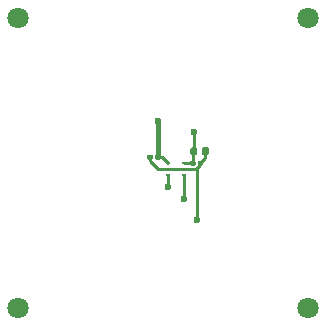
<source format=gbr>
G04 #@! TF.GenerationSoftware,KiCad,Pcbnew,(5.1.4)-1*
G04 #@! TF.CreationDate,2019-11-11T10:23:09+09:00*
G04 #@! TF.ProjectId,sig_sensor,7369675f-7365-46e7-936f-722e6b696361,rev?*
G04 #@! TF.SameCoordinates,Original*
G04 #@! TF.FileFunction,Copper,L2,Bot*
G04 #@! TF.FilePolarity,Positive*
%FSLAX46Y46*%
G04 Gerber Fmt 4.6, Leading zero omitted, Abs format (unit mm)*
G04 Created by KiCad (PCBNEW (5.1.4)-1) date 2019-11-11 10:23:09*
%MOMM*%
%LPD*%
G04 APERTURE LIST*
%ADD10R,0.350000X0.250000*%
%ADD11C,0.100000*%
%ADD12C,0.590000*%
%ADD13C,0.400000*%
%ADD14C,1.800000*%
%ADD15C,0.600000*%
%ADD16C,0.250000*%
%ADD17C,0.400000*%
G04 APERTURE END LIST*
D10*
X155291000Y-84050000D03*
X155291000Y-83050000D03*
X153941000Y-84050000D03*
X153941000Y-83550000D03*
X153941000Y-83050000D03*
D11*
G36*
X157286958Y-81706710D02*
G01*
X157301276Y-81708834D01*
X157315317Y-81712351D01*
X157328946Y-81717228D01*
X157342031Y-81723417D01*
X157354447Y-81730858D01*
X157366073Y-81739481D01*
X157376798Y-81749202D01*
X157386519Y-81759927D01*
X157395142Y-81771553D01*
X157402583Y-81783969D01*
X157408772Y-81797054D01*
X157413649Y-81810683D01*
X157417166Y-81824724D01*
X157419290Y-81839042D01*
X157420000Y-81853500D01*
X157420000Y-82198500D01*
X157419290Y-82212958D01*
X157417166Y-82227276D01*
X157413649Y-82241317D01*
X157408772Y-82254946D01*
X157402583Y-82268031D01*
X157395142Y-82280447D01*
X157386519Y-82292073D01*
X157376798Y-82302798D01*
X157366073Y-82312519D01*
X157354447Y-82321142D01*
X157342031Y-82328583D01*
X157328946Y-82334772D01*
X157315317Y-82339649D01*
X157301276Y-82343166D01*
X157286958Y-82345290D01*
X157272500Y-82346000D01*
X156977500Y-82346000D01*
X156963042Y-82345290D01*
X156948724Y-82343166D01*
X156934683Y-82339649D01*
X156921054Y-82334772D01*
X156907969Y-82328583D01*
X156895553Y-82321142D01*
X156883927Y-82312519D01*
X156873202Y-82302798D01*
X156863481Y-82292073D01*
X156854858Y-82280447D01*
X156847417Y-82268031D01*
X156841228Y-82254946D01*
X156836351Y-82241317D01*
X156832834Y-82227276D01*
X156830710Y-82212958D01*
X156830000Y-82198500D01*
X156830000Y-81853500D01*
X156830710Y-81839042D01*
X156832834Y-81824724D01*
X156836351Y-81810683D01*
X156841228Y-81797054D01*
X156847417Y-81783969D01*
X156854858Y-81771553D01*
X156863481Y-81759927D01*
X156873202Y-81749202D01*
X156883927Y-81739481D01*
X156895553Y-81730858D01*
X156907969Y-81723417D01*
X156921054Y-81717228D01*
X156934683Y-81712351D01*
X156948724Y-81708834D01*
X156963042Y-81706710D01*
X156977500Y-81706000D01*
X157272500Y-81706000D01*
X157286958Y-81706710D01*
X157286958Y-81706710D01*
G37*
D12*
X157125000Y-82026000D03*
D11*
G36*
X156316958Y-81706710D02*
G01*
X156331276Y-81708834D01*
X156345317Y-81712351D01*
X156358946Y-81717228D01*
X156372031Y-81723417D01*
X156384447Y-81730858D01*
X156396073Y-81739481D01*
X156406798Y-81749202D01*
X156416519Y-81759927D01*
X156425142Y-81771553D01*
X156432583Y-81783969D01*
X156438772Y-81797054D01*
X156443649Y-81810683D01*
X156447166Y-81824724D01*
X156449290Y-81839042D01*
X156450000Y-81853500D01*
X156450000Y-82198500D01*
X156449290Y-82212958D01*
X156447166Y-82227276D01*
X156443649Y-82241317D01*
X156438772Y-82254946D01*
X156432583Y-82268031D01*
X156425142Y-82280447D01*
X156416519Y-82292073D01*
X156406798Y-82302798D01*
X156396073Y-82312519D01*
X156384447Y-82321142D01*
X156372031Y-82328583D01*
X156358946Y-82334772D01*
X156345317Y-82339649D01*
X156331276Y-82343166D01*
X156316958Y-82345290D01*
X156302500Y-82346000D01*
X156007500Y-82346000D01*
X155993042Y-82345290D01*
X155978724Y-82343166D01*
X155964683Y-82339649D01*
X155951054Y-82334772D01*
X155937969Y-82328583D01*
X155925553Y-82321142D01*
X155913927Y-82312519D01*
X155903202Y-82302798D01*
X155893481Y-82292073D01*
X155884858Y-82280447D01*
X155877417Y-82268031D01*
X155871228Y-82254946D01*
X155866351Y-82241317D01*
X155862834Y-82227276D01*
X155860710Y-82212958D01*
X155860000Y-82198500D01*
X155860000Y-81853500D01*
X155860710Y-81839042D01*
X155862834Y-81824724D01*
X155866351Y-81810683D01*
X155871228Y-81797054D01*
X155877417Y-81783969D01*
X155884858Y-81771553D01*
X155893481Y-81759927D01*
X155903202Y-81749202D01*
X155913927Y-81739481D01*
X155925553Y-81730858D01*
X155937969Y-81723417D01*
X155951054Y-81717228D01*
X155964683Y-81712351D01*
X155978724Y-81708834D01*
X155993042Y-81706710D01*
X156007500Y-81706000D01*
X156302500Y-81706000D01*
X156316958Y-81706710D01*
X156316958Y-81706710D01*
G37*
D12*
X156155000Y-82026000D03*
D11*
G36*
X156845802Y-82842482D02*
G01*
X156855509Y-82843921D01*
X156865028Y-82846306D01*
X156874268Y-82849612D01*
X156883140Y-82853808D01*
X156891557Y-82858853D01*
X156899439Y-82864699D01*
X156906711Y-82871289D01*
X156913301Y-82878561D01*
X156919147Y-82886443D01*
X156924192Y-82894860D01*
X156928388Y-82903732D01*
X156931694Y-82912972D01*
X156934079Y-82922491D01*
X156935518Y-82932198D01*
X156936000Y-82942000D01*
X156936000Y-83142000D01*
X156935518Y-83151802D01*
X156934079Y-83161509D01*
X156931694Y-83171028D01*
X156928388Y-83180268D01*
X156924192Y-83189140D01*
X156919147Y-83197557D01*
X156913301Y-83205439D01*
X156906711Y-83212711D01*
X156899439Y-83219301D01*
X156891557Y-83225147D01*
X156883140Y-83230192D01*
X156874268Y-83234388D01*
X156865028Y-83237694D01*
X156855509Y-83240079D01*
X156845802Y-83241518D01*
X156836000Y-83242000D01*
X156576000Y-83242000D01*
X156566198Y-83241518D01*
X156556491Y-83240079D01*
X156546972Y-83237694D01*
X156537732Y-83234388D01*
X156528860Y-83230192D01*
X156520443Y-83225147D01*
X156512561Y-83219301D01*
X156505289Y-83212711D01*
X156498699Y-83205439D01*
X156492853Y-83197557D01*
X156487808Y-83189140D01*
X156483612Y-83180268D01*
X156480306Y-83171028D01*
X156477921Y-83161509D01*
X156476482Y-83151802D01*
X156476000Y-83142000D01*
X156476000Y-82942000D01*
X156476482Y-82932198D01*
X156477921Y-82922491D01*
X156480306Y-82912972D01*
X156483612Y-82903732D01*
X156487808Y-82894860D01*
X156492853Y-82886443D01*
X156498699Y-82878561D01*
X156505289Y-82871289D01*
X156512561Y-82864699D01*
X156520443Y-82858853D01*
X156528860Y-82853808D01*
X156537732Y-82849612D01*
X156546972Y-82846306D01*
X156556491Y-82843921D01*
X156566198Y-82842482D01*
X156576000Y-82842000D01*
X156836000Y-82842000D01*
X156845802Y-82842482D01*
X156845802Y-82842482D01*
G37*
D13*
X156706000Y-83042000D03*
D11*
G36*
X156205802Y-82842482D02*
G01*
X156215509Y-82843921D01*
X156225028Y-82846306D01*
X156234268Y-82849612D01*
X156243140Y-82853808D01*
X156251557Y-82858853D01*
X156259439Y-82864699D01*
X156266711Y-82871289D01*
X156273301Y-82878561D01*
X156279147Y-82886443D01*
X156284192Y-82894860D01*
X156288388Y-82903732D01*
X156291694Y-82912972D01*
X156294079Y-82922491D01*
X156295518Y-82932198D01*
X156296000Y-82942000D01*
X156296000Y-83142000D01*
X156295518Y-83151802D01*
X156294079Y-83161509D01*
X156291694Y-83171028D01*
X156288388Y-83180268D01*
X156284192Y-83189140D01*
X156279147Y-83197557D01*
X156273301Y-83205439D01*
X156266711Y-83212711D01*
X156259439Y-83219301D01*
X156251557Y-83225147D01*
X156243140Y-83230192D01*
X156234268Y-83234388D01*
X156225028Y-83237694D01*
X156215509Y-83240079D01*
X156205802Y-83241518D01*
X156196000Y-83242000D01*
X155936000Y-83242000D01*
X155926198Y-83241518D01*
X155916491Y-83240079D01*
X155906972Y-83237694D01*
X155897732Y-83234388D01*
X155888860Y-83230192D01*
X155880443Y-83225147D01*
X155872561Y-83219301D01*
X155865289Y-83212711D01*
X155858699Y-83205439D01*
X155852853Y-83197557D01*
X155847808Y-83189140D01*
X155843612Y-83180268D01*
X155840306Y-83171028D01*
X155837921Y-83161509D01*
X155836482Y-83151802D01*
X155836000Y-83142000D01*
X155836000Y-82942000D01*
X155836482Y-82932198D01*
X155837921Y-82922491D01*
X155840306Y-82912972D01*
X155843612Y-82903732D01*
X155847808Y-82894860D01*
X155852853Y-82886443D01*
X155858699Y-82878561D01*
X155865289Y-82871289D01*
X155872561Y-82864699D01*
X155880443Y-82858853D01*
X155888860Y-82853808D01*
X155897732Y-82849612D01*
X155906972Y-82846306D01*
X155916491Y-82843921D01*
X155926198Y-82842482D01*
X155936000Y-82842000D01*
X156196000Y-82842000D01*
X156205802Y-82842482D01*
X156205802Y-82842482D01*
G37*
D13*
X156066000Y-83042000D03*
D11*
G36*
X152583802Y-82334482D02*
G01*
X152593509Y-82335921D01*
X152603028Y-82338306D01*
X152612268Y-82341612D01*
X152621140Y-82345808D01*
X152629557Y-82350853D01*
X152637439Y-82356699D01*
X152644711Y-82363289D01*
X152651301Y-82370561D01*
X152657147Y-82378443D01*
X152662192Y-82386860D01*
X152666388Y-82395732D01*
X152669694Y-82404972D01*
X152672079Y-82414491D01*
X152673518Y-82424198D01*
X152674000Y-82434000D01*
X152674000Y-82634000D01*
X152673518Y-82643802D01*
X152672079Y-82653509D01*
X152669694Y-82663028D01*
X152666388Y-82672268D01*
X152662192Y-82681140D01*
X152657147Y-82689557D01*
X152651301Y-82697439D01*
X152644711Y-82704711D01*
X152637439Y-82711301D01*
X152629557Y-82717147D01*
X152621140Y-82722192D01*
X152612268Y-82726388D01*
X152603028Y-82729694D01*
X152593509Y-82732079D01*
X152583802Y-82733518D01*
X152574000Y-82734000D01*
X152314000Y-82734000D01*
X152304198Y-82733518D01*
X152294491Y-82732079D01*
X152284972Y-82729694D01*
X152275732Y-82726388D01*
X152266860Y-82722192D01*
X152258443Y-82717147D01*
X152250561Y-82711301D01*
X152243289Y-82704711D01*
X152236699Y-82697439D01*
X152230853Y-82689557D01*
X152225808Y-82681140D01*
X152221612Y-82672268D01*
X152218306Y-82663028D01*
X152215921Y-82653509D01*
X152214482Y-82643802D01*
X152214000Y-82634000D01*
X152214000Y-82434000D01*
X152214482Y-82424198D01*
X152215921Y-82414491D01*
X152218306Y-82404972D01*
X152221612Y-82395732D01*
X152225808Y-82386860D01*
X152230853Y-82378443D01*
X152236699Y-82370561D01*
X152243289Y-82363289D01*
X152250561Y-82356699D01*
X152258443Y-82350853D01*
X152266860Y-82345808D01*
X152275732Y-82341612D01*
X152284972Y-82338306D01*
X152294491Y-82335921D01*
X152304198Y-82334482D01*
X152314000Y-82334000D01*
X152574000Y-82334000D01*
X152583802Y-82334482D01*
X152583802Y-82334482D01*
G37*
D13*
X152444000Y-82534000D03*
D11*
G36*
X153223802Y-82334482D02*
G01*
X153233509Y-82335921D01*
X153243028Y-82338306D01*
X153252268Y-82341612D01*
X153261140Y-82345808D01*
X153269557Y-82350853D01*
X153277439Y-82356699D01*
X153284711Y-82363289D01*
X153291301Y-82370561D01*
X153297147Y-82378443D01*
X153302192Y-82386860D01*
X153306388Y-82395732D01*
X153309694Y-82404972D01*
X153312079Y-82414491D01*
X153313518Y-82424198D01*
X153314000Y-82434000D01*
X153314000Y-82634000D01*
X153313518Y-82643802D01*
X153312079Y-82653509D01*
X153309694Y-82663028D01*
X153306388Y-82672268D01*
X153302192Y-82681140D01*
X153297147Y-82689557D01*
X153291301Y-82697439D01*
X153284711Y-82704711D01*
X153277439Y-82711301D01*
X153269557Y-82717147D01*
X153261140Y-82722192D01*
X153252268Y-82726388D01*
X153243028Y-82729694D01*
X153233509Y-82732079D01*
X153223802Y-82733518D01*
X153214000Y-82734000D01*
X152954000Y-82734000D01*
X152944198Y-82733518D01*
X152934491Y-82732079D01*
X152924972Y-82729694D01*
X152915732Y-82726388D01*
X152906860Y-82722192D01*
X152898443Y-82717147D01*
X152890561Y-82711301D01*
X152883289Y-82704711D01*
X152876699Y-82697439D01*
X152870853Y-82689557D01*
X152865808Y-82681140D01*
X152861612Y-82672268D01*
X152858306Y-82663028D01*
X152855921Y-82653509D01*
X152854482Y-82643802D01*
X152854000Y-82634000D01*
X152854000Y-82434000D01*
X152854482Y-82424198D01*
X152855921Y-82414491D01*
X152858306Y-82404972D01*
X152861612Y-82395732D01*
X152865808Y-82386860D01*
X152870853Y-82378443D01*
X152876699Y-82370561D01*
X152883289Y-82363289D01*
X152890561Y-82356699D01*
X152898443Y-82350853D01*
X152906860Y-82345808D01*
X152915732Y-82341612D01*
X152924972Y-82338306D01*
X152934491Y-82335921D01*
X152944198Y-82334482D01*
X152954000Y-82334000D01*
X153214000Y-82334000D01*
X153223802Y-82334482D01*
X153223802Y-82334482D01*
G37*
D13*
X153084000Y-82534000D03*
D14*
X141300000Y-70770000D03*
X165800000Y-70770000D03*
X141300000Y-95270000D03*
X165800000Y-95270000D03*
D15*
X156380000Y-87820000D03*
X153090000Y-79450000D03*
X156190000Y-80380000D03*
X155300000Y-86040000D03*
X153930000Y-85030000D03*
D16*
X153516000Y-83550000D02*
X153941000Y-83550000D01*
X153160000Y-83550000D02*
X153516000Y-83550000D01*
X152444000Y-82834000D02*
X153160000Y-83550000D01*
X152444000Y-82534000D02*
X152444000Y-82834000D01*
X157125000Y-82623000D02*
X156706000Y-83042000D01*
X157125000Y-82026000D02*
X157125000Y-82623000D01*
X156706000Y-83233058D02*
X156372048Y-83567010D01*
X156706000Y-83042000D02*
X156706000Y-83233058D01*
X154366000Y-83550000D02*
X153941000Y-83550000D01*
X154383010Y-83567010D02*
X154366000Y-83550000D01*
X156372048Y-83567010D02*
X154383010Y-83567010D01*
X156380000Y-83574962D02*
X156372048Y-83567010D01*
X156380000Y-87820000D02*
X156380000Y-83574962D01*
X153425000Y-82534000D02*
X153941000Y-83050000D01*
X153084000Y-82534000D02*
X153425000Y-82534000D01*
X153084000Y-79456000D02*
X153090000Y-79450000D01*
D17*
X153084000Y-82534000D02*
X153084000Y-79456000D01*
D16*
X156058000Y-83050000D02*
X156066000Y-83042000D01*
X155291000Y-83050000D02*
X156058000Y-83050000D01*
X156066000Y-82115000D02*
X156066000Y-83042000D01*
X156155000Y-82026000D02*
X156066000Y-82115000D01*
X156190000Y-81991000D02*
X156155000Y-82026000D01*
X156190000Y-80380000D02*
X156190000Y-81991000D01*
X155300000Y-84059000D02*
X155291000Y-84050000D01*
X155300000Y-86040000D02*
X155300000Y-84059000D01*
X153930000Y-84061000D02*
X153941000Y-84050000D01*
X153930000Y-85030000D02*
X153930000Y-84061000D01*
M02*

</source>
